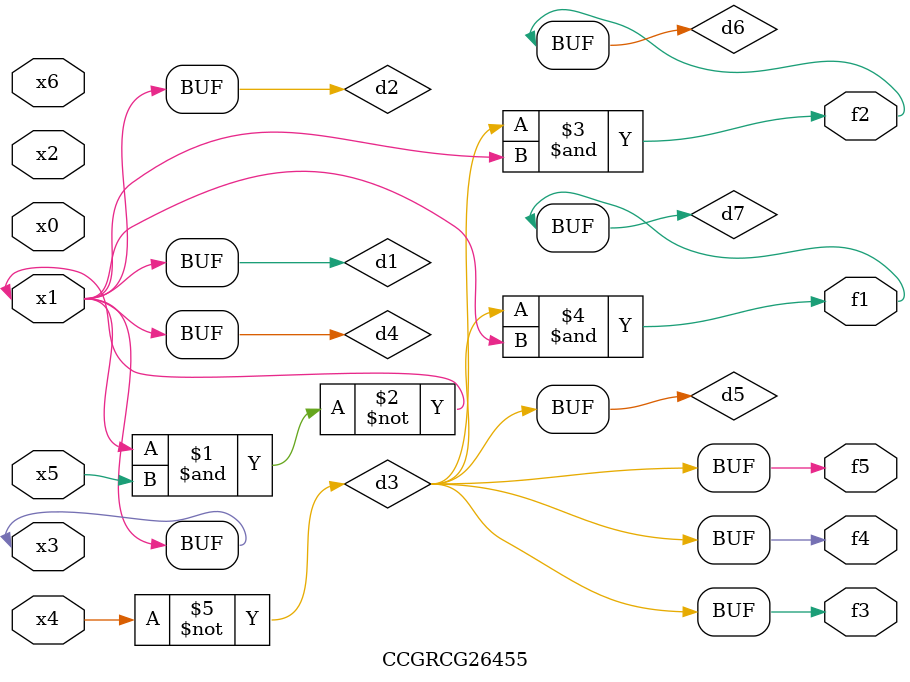
<source format=v>
module CCGRCG26455(
	input x0, x1, x2, x3, x4, x5, x6,
	output f1, f2, f3, f4, f5
);

	wire d1, d2, d3, d4, d5, d6, d7;

	buf (d1, x1, x3);
	nand (d2, x1, x5);
	not (d3, x4);
	buf (d4, d1, d2);
	buf (d5, d3);
	and (d6, d3, d4);
	and (d7, d3, d4);
	assign f1 = d7;
	assign f2 = d6;
	assign f3 = d5;
	assign f4 = d5;
	assign f5 = d5;
endmodule

</source>
